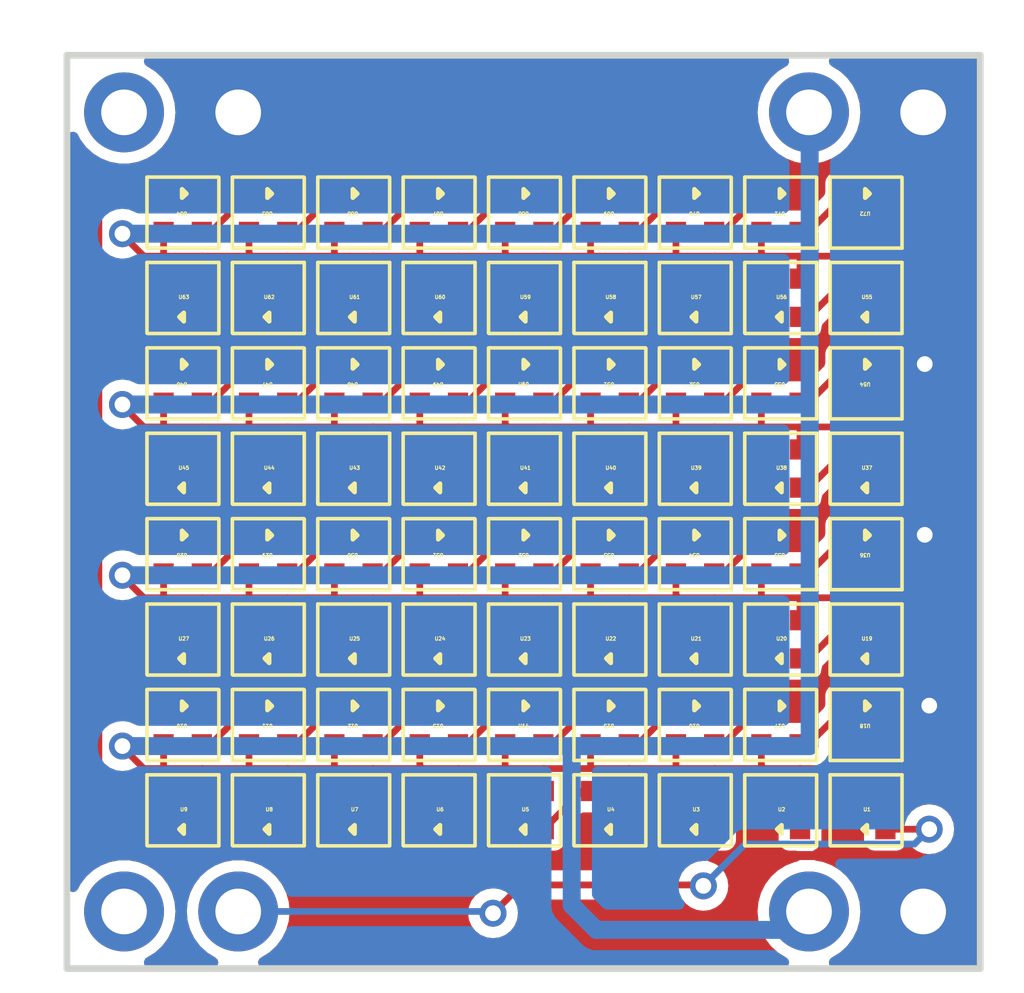
<source format=kicad_pcb>
(kicad_pcb (version 20221018) (generator pcbnew)
  (layers (0 "F.Cu" signal) (31 "B.Cu" signal) (34 "B.Paste" user) (35 "F.Paste" user) (36 "B.SilkS" user "B.Silkscreen") (37 "F.SilkS" user "F.Silkscreen") (38 "B.Mask" user) (39 "F.Mask" user) (44 "Edge.Cuts" user))
  (net 0 "")
  (net 1 "+3.3V")
  (net 2 "GND")
  (net 5 "Net-(U1-DOUT)")
  (net 6 "NEO")
  (net 7 "Net-(U2-DOUT)")
  (net 8 "Net-(U3-DOUT)")
  (net 9 "Net-(U4-DOUT)")
  (net 10 "Net-(U5-DOUT)")
  (net 11 "Net-(U6-DOUT)")
  (net 12 "Net-(U7-DOUT)")
  (net 13 "Net-(U8-DOUT)")
  (net 14 "Net-(U10-DIN)")
  (net 15 "Net-(U10-DOUT)")
  (net 16 "Net-(U11-DOUT)")
  (net 17 "Net-(U12-DOUT)")
  (net 18 "Net-(U13-DOUT)")
  (net 19 "Net-(U14-DOUT)")
  (net 20 "Net-(U15-DOUT)")
  (net 21 "Net-(U16-DOUT)")
  (net 22 "Net-(U17-DOUT)")
  (net 23 "Net-(U18-DOUT)")
  (net 24 "Net-(U19-DOUT)")
  (net 25 "Net-(U20-DOUT)")
  (net 26 "Net-(U21-DOUT)")
  (net 27 "Net-(U22-DOUT)")
  (net 28 "Net-(U23-DOUT)")
  (net 29 "Net-(U24-DOUT)")
  (net 30 "Net-(U25-DOUT)")
  (net 31 "Net-(U26-DOUT)")
  (net 32 "Net-(U27-DOUT)")
  (net 33 "Net-(U28-DOUT)")
  (net 34 "Net-(U29-DOUT)")
  (net 35 "Net-(U30-DOUT)")
  (net 36 "Net-(U31-DOUT)")
  (net 37 "Net-(U32-DOUT)")
  (net 38 "Net-(U33-DOUT)")
  (net 39 "Net-(U34-DOUT)")
  (net 40 "Net-(U35-DOUT)")
  (net 41 "Net-(U36-DOUT)")
  (net 42 "Net-(U37-DOUT)")
  (net 43 "Net-(U38-DOUT)")
  (net 44 "Net-(U39-DOUT)")
  (net 45 "Net-(U40-DOUT)")
  (net 46 "Net-(U41-DOUT)")
  (net 47 "Net-(U42-DOUT)")
  (net 48 "Net-(U43-DOUT)")
  (net 49 "Net-(U44-DOUT)")
  (net 50 "Net-(U45-DOUT)")
  (net 51 "Net-(U46-DOUT)")
  (net 52 "Net-(U47-DOUT)")
  (net 53 "Net-(U48-DOUT)")
  (net 54 "Net-(U49-DOUT)")
  (net 55 "Net-(U50-DOUT)")
  (net 56 "Net-(U51-DOUT)")
  (net 57 "Net-(U52-DOUT)")
  (net 58 "Net-(U53-DOUT)")
  (net 59 "Net-(U54-DOUT)")
  (net 60 "Net-(U55-DOUT)")
  (net 61 "Net-(U56-DOUT)")
  (net 62 "Net-(U57-DOUT)")
  (net 63 "Net-(U58-DOUT)")
  (net 64 "Net-(U59-DOUT)")
  (net 65 "Net-(U60-DOUT)")
  (net 66 "Net-(U61-DOUT)")
  (net 67 "Net-(U62-DOUT)")
  (net 68 "Net-(U63-DOUT)")
  (net 69 "Net-(U64-DOUT)")
  (net 70 "Net-(U65-DOUT)")
  (net 71 "Net-(U66-DOUT)")
  (net 72 "Net-(U67-DOUT)")
  (net 73 "Net-(U68-DOUT)")
  (net 74 "Net-(U69-DOUT)")
  (net 75 "Net-(U70-DOUT)")
  (net 76 "Net-(U71-DOUT)")
  (footprint "XINGLIGHT-XL-1010RGBC-WS2812B:XINGLIGHT-XL-1010RGBC-WS2812B" (layer "F.Cu") (at 149.35 87.9)
    (fp_text reference "U2")
    (fp_text value "~" hide)
  )
  (footprint "XINGLIGHT-XL-1010RGBC-WS2812B:XINGLIGHT-XL-1010RGBC-WS2812B" (layer "F.Cu") (at 141.75 80.3)
    (fp_text reference "U42")
    (fp_text value "~" hide)
  )
  (footprint "XINGLIGHT-XL-1010RGBC-WS2812B:XINGLIGHT-XL-1010RGBC-WS2812B" (layer "F.Cu") (at 142.59 83.06 180)
    (fp_text reference "U31")
    (fp_text value "~" hide)
  )
  (footprint "XINGLIGHT-XL-1010RGBC-WS2812B:XINGLIGHT-XL-1010RGBC-WS2812B" (layer "F.Cu") (at 151.25 80.3)
    (fp_text reference "U37")
    (fp_text value "~" hide)
  )
  (footprint "XINGLIGHT-XL-1010RGBC-WS2812B:XINGLIGHT-XL-1010RGBC-WS2812B" (layer "F.Cu") (at 138.79 79.26 180)
    (fp_text reference "U47")
    (fp_text value "~" hide)
  )
  (footprint "XINGLIGHT-XL-1010RGBC-WS2812B:XINGLIGHT-XL-1010RGBC-WS2812B" (layer "F.Cu") (at 136.89 75.46 180)
    (fp_text reference "U64")
    (fp_text value "~" hide)
  )
  (footprint "XINGLIGHT-XL-1010RGBC-WS2812B:XINGLIGHT-XL-1010RGBC-WS2812B" (layer "F.Cu") (at 144.49 83.06 180)
    (fp_text reference "U32")
    (fp_text value "~" hide)
  )
  (footprint "XINGLIGHT-XL-1010RGBC-WS2812B:XINGLIGHT-XL-1010RGBC-WS2812B" (layer "F.Cu") (at 147.45 76.5)
    (fp_text reference "U57")
    (fp_text value "~" hide)
  )
  (footprint "XINGLIGHT-XL-1010RGBC-WS2812B:XINGLIGHT-XL-1010RGBC-WS2812B" (layer "F.Cu") (at 146.39 83.06 180)
    (fp_text reference "U33")
    (fp_text value "~" hide)
  )
  (footprint "XINGLIGHT-XL-1010RGBC-WS2812B:XINGLIGHT-XL-1010RGBC-WS2812B" (layer "F.Cu") (at 152.09 79.26 180)
    (fp_text reference "U54")
    (fp_text value "~" hide)
  )
  (footprint "XINGLIGHT-XL-1010RGBC-WS2812B:XINGLIGHT-XL-1010RGBC-WS2812B" (layer "F.Cu") (at 146.39 86.86 180)
    (fp_text reference "U15")
    (fp_text value "~" hide)
  )
  (footprint "XINGLIGHT-XL-1010RGBC-WS2812B:XINGLIGHT-XL-1010RGBC-WS2812B" (layer "F.Cu") (at 136.05 80.3)
    (fp_text reference "U45")
    (fp_text value "~" hide)
  )
  (footprint "XINGLIGHT-XL-1010RGBC-WS2812B:XINGLIGHT-XL-1010RGBC-WS2812B" (layer "F.Cu") (at 142.59 75.46 180)
    (fp_text reference "U67")
    (fp_text value "~" hide)
  )
  (footprint "XINGLIGHT-XL-1010RGBC-WS2812B:XINGLIGHT-XL-1010RGBC-WS2812B" (layer "F.Cu") (at 152.09 75.46 180)
    (fp_text reference "U72")
    (fp_text value "~" hide)
  )
  (footprint "XINGLIGHT-XL-1010RGBC-WS2812B:XINGLIGHT-XL-1010RGBC-WS2812B" (layer "F.Cu") (at 137.95 80.3)
    (fp_text reference "U44")
    (fp_text value "~" hide)
  )
  (footprint "XINGLIGHT-XL-1010RGBC-WS2812B:XINGLIGHT-XL-1010RGBC-WS2812B" (layer "F.Cu") (at 139.85 87.9)
    (fp_text reference "U7")
    (fp_text value "~" hide)
  )
  (footprint "XINGLIGHT-XL-1010RGBC-WS2812B:XINGLIGHT-XL-1010RGBC-WS2812B" (layer "F.Cu") (at 143.65 80.3)
    (fp_text reference "U41")
    (fp_text value "~" hide)
  )
  (footprint "XINGLIGHT-XL-1010RGBC-WS2812B:XINGLIGHT-XL-1010RGBC-WS2812B" (layer "F.Cu") (at 152.09 83.06 180)
    (fp_text reference "U36")
    (fp_text value "~" hide)
  )
  (footprint "XINGLIGHT-XL-1010RGBC-WS2812B:XINGLIGHT-XL-1010RGBC-WS2812B" (layer "F.Cu") (at 146.39 79.26 180)
    (fp_text reference "U51")
    (fp_text value "~" hide)
  )
  (footprint "XINGLIGHT-XL-1010RGBC-WS2812B:XINGLIGHT-XL-1010RGBC-WS2812B" (layer "F.Cu") (at 142.59 86.86 180)
    (fp_text reference "U13")
    (fp_text value "~" hide)
  )
  (footprint "XINGLIGHT-XL-1010RGBC-WS2812B:XINGLIGHT-XL-1010RGBC-WS2812B" (layer "F.Cu") (at 138.79 75.46 180)
    (fp_text reference "U65")
    (fp_text value "~" hide)
  )
  (footprint "XINGLIGHT-XL-1010RGBC-WS2812B:XINGLIGHT-XL-1010RGBC-WS2812B" (layer "F.Cu") (at 149.35 80.3)
    (fp_text reference "U38")
    (fp_text value "~" hide)
  )
  (footprint "XINGLIGHT-XL-1010RGBC-WS2812B:XINGLIGHT-XL-1010RGBC-WS2812B" (layer "F.Cu") (at 147.45 84.1)
    (fp_text reference "U21")
    (fp_text value "~" hide)
  )
  (footprint "XINGLIGHT-XL-1010RGBC-WS2812B:XINGLIGHT-XL-1010RGBC-WS2812B" (layer "F.Cu") (at 151.25 87.9)
    (fp_text reference "U1")
    (fp_text value "~" hide)
  )
  (footprint "XINGLIGHT-XL-1010RGBC-WS2812B:XINGLIGHT-XL-1010RGBC-WS2812B" (layer "F.Cu") (at 139.85 76.5)
    (fp_text reference "U61")
    (fp_text value "~" hide)
  )
  (footprint "XINGLIGHT-XL-1010RGBC-WS2812B:XINGLIGHT-XL-1010RGBC-WS2812B" (layer "F.Cu") (at 150.19 79.26 180)
    (fp_text reference "U53")
    (fp_text value "~" hide)
  )
  (footprint "XINGLIGHT-XL-1010RGBC-WS2812B:XINGLIGHT-XL-1010RGBC-WS2812B" (layer "F.Cu") (at 143.65 87.9)
    (fp_text reference "U5")
    (fp_text value "~" hide)
  )
  (footprint "XINGLIGHT-XL-1010RGBC-WS2812B:XINGLIGHT-XL-1010RGBC-WS2812B" (layer "F.Cu") (at 151.25 84.1)
    (fp_text reference "U19")
    (fp_text value "~" hide)
  )
  (footprint "XINGLIGHT-XL-1010RGBC-WS2812B:XINGLIGHT-XL-1010RGBC-WS2812B" (layer "F.Cu") (at 136.05 84.1)
    (fp_text reference "U27")
    (fp_text value "~" hide)
  )
  (footprint "XINGLIGHT-XL-1010RGBC-WS2812B:XINGLIGHT-XL-1010RGBC-WS2812B" (layer "F.Cu") (at 148.29 83.06 180)
    (fp_text reference "U34")
    (fp_text value "~" hide)
  )
  (footprint "XINGLIGHT-XL-1010RGBC-WS2812B:XINGLIGHT-XL-1010RGBC-WS2812B" (layer "F.Cu") (at 140.69 86.86 180)
    (fp_text reference "U12")
    (fp_text value "~" hide)
  )
  (footprint "XINGLIGHT-XL-1010RGBC-WS2812B:XINGLIGHT-XL-1010RGBC-WS2812B" (layer "F.Cu") (at 142.59 79.26 180)
    (fp_text reference "U49")
    (fp_text value "~" hide)
  )
  (footprint "XINGLIGHT-XL-1010RGBC-WS2812B:XINGLIGHT-XL-1010RGBC-WS2812B" (layer "F.Cu") (at 146.39 75.46 180)
    (fp_text reference "U69")
    (fp_text value "~" hide)
  )
  (footprint "XINGLIGHT-XL-1010RGBC-WS2812B:XINGLIGHT-XL-1010RGBC-WS2812B" (layer "F.Cu") (at 136.05 87.9)
    (fp_text reference "U9")
    (fp_text value "~" hide)
  )
  (footprint "XINGLIGHT-XL-1010RGBC-WS2812B:XINGLIGHT-XL-1010RGBC-WS2812B" (layer "F.Cu") (at 145.55 76.5)
    (fp_text reference "U58")
    (fp_text value "~" hide)
  )
  (footprint "XINGLIGHT-XL-1010RGBC-WS2812B:XINGLIGHT-XL-1010RGBC-WS2812B" (layer "F.Cu") (at 136.89 86.86 180)
    (fp_text reference "U10")
    (fp_text value "~" hide)
  )
  (footprint "XINGLIGHT-XL-1010RGBC-WS2812B:XINGLIGHT-XL-1010RGBC-WS2812B" (layer "F.Cu") (at 144.49 79.26 180)
    (fp_text reference "U50")
    (fp_text value "~" hide)
  )
  (footprint "minibadge_kicad:SAINTCON-Minibadge-redactd2023-top" (layer "F.Cu") (at 133.89 71.53)
    (fp_text reference "X1" hide)
    (fp_text value "SAINTCON-Minibadge-Simple" hide)
    (fp_line (start 0 0) (end 0 20.32) (stroke (width 0.15)) (layer "Edge.Cuts"))
    (fp_line (start 0 20.32) (end 20.32 20.32) (stroke (width 0.15)) (layer "Edge.Cuts"))
    (fp_line (start 20.32 0) (end 0 0) (stroke (width 0.15)) (layer "Edge.Cuts"))
    (fp_line (start 20.32 20.32) (end 20.32 0) (stroke (width 0.15)) (layer "Edge.Cuts"))
  )
  (footprint "XINGLIGHT-XL-1010RGBC-WS2812B:XINGLIGHT-XL-1010RGBC-WS2812B" (layer "F.Cu") (at 136.89 83.06 180)
    (fp_text reference "U28")
    (fp_text value "~" hide)
  )
  (footprint "XINGLIGHT-XL-1010RGBC-WS2812B:XINGLIGHT-XL-1010RGBC-WS2812B" (layer "F.Cu") (at 148.29 75.46 180)
    (fp_text reference "U70")
    (fp_text value "~" hide)
  )
  (footprint "XINGLIGHT-XL-1010RGBC-WS2812B:XINGLIGHT-XL-1010RGBC-WS2812B" (layer "F.Cu") (at 137.95 87.9)
    (fp_text reference "U8")
    (fp_text value "~" hide)
  )
  (footprint "XINGLIGHT-XL-1010RGBC-WS2812B:XINGLIGHT-XL-1010RGBC-WS2812B" (layer "F.Cu") (at 150.19 83.06 180)
    (fp_text reference "U35")
    (fp_text value "~" hide)
  )
  (footprint "XINGLIGHT-XL-1010RGBC-WS2812B:XINGLIGHT-XL-1010RGBC-WS2812B" (layer "F.Cu") (at 140.69 75.46 180)
    (fp_text reference "U66")
    (fp_text value "~" hide)
  )
  (footprint "XINGLIGHT-XL-1010RGBC-WS2812B:XINGLIGHT-XL-1010RGBC-WS2812B" (layer "F.Cu") (at 147.45 80.3)
    (fp_text reference "U39")
    (fp_text value "~" hide)
  )
  (footprint "XINGLIGHT-XL-1010RGBC-WS2812B:XINGLIGHT-XL-1010RGBC-WS2812B" (layer "F.Cu") (at 144.49 86.86 180)
    (fp_text reference "U14")
    (fp_text value "~" hide)
  )
  (footprint "XINGLIGHT-XL-1010RGBC-WS2812B:XINGLIGHT-XL-1010RGBC-WS2812B" (layer "F.Cu") (at 139.85 84.1)
    (fp_text reference "U25")
    (fp_text value "~" hide)
  )
  (footprint "XINGLIGHT-XL-1010RGBC-WS2812B:XINGLIGHT-XL-1010RGBC-WS2812B" (layer "F.Cu") (at 144.49 75.46 180)
    (fp_text reference "U68")
    (fp_text value "~" hide)
  )
  (footprint "XINGLIGHT-XL-1010RGBC-WS2812B:XINGLIGHT-XL-1010RGBC-WS2812B" (layer "F.Cu") (at 149.35 84.1)
    (fp_text reference "U20")
    (fp_text value "~" hide)
  )
  (footprint "XINGLIGHT-XL-1010RGBC-WS2812B:XINGLIGHT-XL-1010RGBC-WS2812B" (layer "F.Cu") (at 140.69 83.06 180)
    (fp_text reference "U30")
    (fp_text value "~" hide)
  )
  (footprint "XINGLIGHT-XL-1010RGBC-WS2812B:XINGLIGHT-XL-1010RGBC-WS2812B" (layer "F.Cu") (at 141.75 76.5)
    (fp_text reference "U60")
    (fp_text value "~" hide)
  )
  (footprint "XINGLIGHT-XL-1010RGBC-WS2812B:XINGLIGHT-XL-1010RGBC-WS2812B" (layer "F.Cu") (at 148.29 79.26 180)
    (fp_text reference "U52")
    (fp_text value "~" hide)
  )
  (footprint "XINGLIGHT-XL-1010RGBC-WS2812B:XINGLIGHT-XL-1010RGBC-WS2812B" (layer "F.Cu") (at 145.55 87.9)
    (fp_text reference "U4")
    (fp_text value "~" hide)
  )
  (footprint "XINGLIGHT-XL-1010RGBC-WS2812B:XINGLIGHT-XL-1010RGBC-WS2812B" (layer "F.Cu") (at 143.65 84.1)
    (fp_text reference "U23")
    (fp_text value "~" hide)
  )
  (footprint "XINGLIGHT-XL-1010RGBC-WS2812B:XINGLIGHT-XL-1010RGBC-WS2812B" (layer "F.Cu") (at 138.79 86.86 180)
    (fp_text reference "U11")
    (fp_text value "~" hide)
  )
  (footprint "XINGLIGHT-XL-1010RGBC-WS2812B:XINGLIGHT-XL-1010RGBC-WS2812B" (layer "F.Cu") (at 140.69 79.26 180)
    (fp_text reference "U48")
    (fp_text value "~" hide)
  )
  (footprint "XINGLIGHT-XL-1010RGBC-WS2812B:XINGLIGHT-XL-1010RGBC-WS2812B" (layer "F.Cu") (at 150.19 86.86 180)
    (fp_text reference "U17")
    (fp_text value "~" hide)
  )
  (footprint "XINGLIGHT-XL-1010RGBC-WS2812B:XINGLIGHT-XL-1010RGBC-WS2812B" (layer "F.Cu") (at 136.89 79.26 180)
    (fp_text reference "U46")
    (fp_text value "~" hide)
  )
  (footprint "XINGLIGHT-XL-1010RGBC-WS2812B:XINGLIGHT-XL-1010RGBC-WS2812B" (layer "F.Cu") (at 145.55 80.3)
    (fp_text reference "U40")
    (fp_text value "~" hide)
  )
  (footprint "XINGLIGHT-XL-1010RGBC-WS2812B:XINGLIGHT-XL-1010RGBC-WS2812B" (layer "F.Cu") (at 143.65 76.5)
    (fp_text reference "U59")
    (fp_text value "~" hide)
  )
  (footprint "XINGLIGHT-XL-1010RGBC-WS2812B:XINGLIGHT-XL-1010RGBC-WS2812B" (layer "F.Cu") (at 137.95 76.5)
    (fp_text reference "U62")
    (fp_text value "~" hide)
  )
  (footprint "XINGLIGHT-XL-1010RGBC-WS2812B:XINGLIGHT-XL-1010RGBC-WS2812B" (layer "F.Cu") (at 152.09 86.86 180)
    (fp_text reference "U18")
    (fp_text value "~" hide)
  )
  (footprint "XINGLIGHT-XL-1010RGBC-WS2812B:XINGLIGHT-XL-1010RGBC-WS2812B" (layer "F.Cu") (at 136.05 76.5)
    (fp_text reference "U63")
    (fp_text value "~" hide)
  )
  (footprint "XINGLIGHT-XL-1010RGBC-WS2812B:XINGLIGHT-XL-1010RGBC-WS2812B" (layer "F.Cu") (at 150.19 75.46 180)
    (fp_text reference "U71")
    (fp_text value "~" hide)
  )
  (footprint "XINGLIGHT-XL-1010RGBC-WS2812B:XINGLIGHT-XL-1010RGBC-WS2812B" (layer "F.Cu") (at 137.95 84.1)
    (fp_text reference "U26")
    (fp_text value "~" hide)
  )
  (footprint "XINGLIGHT-XL-1010RGBC-WS2812B:XINGLIGHT-XL-1010RGBC-WS2812B" (layer "F.Cu") (at 148.29 86.86 180)
    (fp_text reference "U16")
    (fp_text value "~" hide)
  )
  (footprint "XINGLIGHT-XL-1010RGBC-WS2812B:XINGLIGHT-XL-1010RGBC-WS2812B" (layer "F.Cu") (at 139.85 80.3)
    (fp_text reference "U43")
    (fp_text value "~" hide)
  )
  (footprint "XINGLIGHT-XL-1010RGBC-WS2812B:XINGLIGHT-XL-1010RGBC-WS2812B" (layer "F.Cu") (at 138.79 83.06 180)
    (fp_text reference "U29")
    (fp_text value "~" hide)
  )
  (footprint "XINGLIGHT-XL-1010RGBC-WS2812B:XINGLIGHT-XL-1010RGBC-WS2812B" (layer "F.Cu") (at 151.25 76.5)
    (fp_text reference "U55")
    (fp_text value "~" hide)
  )
  (footprint "XINGLIGHT-XL-1010RGBC-WS2812B:XINGLIGHT-XL-1010RGBC-WS2812B" (layer "F.Cu") (at 147.45 87.9)
    (fp_text reference "U3")
    (fp_text value "~" hide)
  )
  (footprint "XINGLIGHT-XL-1010RGBC-WS2812B:XINGLIGHT-XL-1010RGBC-WS2812B" (layer "F.Cu") (at 149.35 76.5)
    (fp_text reference "U56")
    (fp_text value "~" hide)
  )
  (footprint "XINGLIGHT-XL-1010RGBC-WS2812B:XINGLIGHT-XL-1010RGBC-WS2812B" (layer "F.Cu") (at 141.75 84.1)
    (fp_text reference "U24")
    (fp_text value "~" hide)
  )
  (footprint "XINGLIGHT-XL-1010RGBC-WS2812B:XINGLIGHT-XL-1010RGBC-WS2812B" (layer "F.Cu") (at 145.55 84.1)
    (fp_text reference "U22")
    (fp_text value "~" hide)
  )
  (footprint "XINGLIGHT-XL-1010RGBC-WS2812B:XINGLIGHT-XL-1010RGBC-WS2812B" (layer "F.Cu") (at 141.75 87.9)
    (fp_text reference "U6")
    (fp_text value "~" hide)
  )
  (segment (start 147.44 75.46) (end 147.44 75.96) (width 0.15) (layer "F.Cu") (net 1))
  (segment (start 145.5 87.4) (end 144.5 87.4) (width 0.15) (layer "F.Cu") (net 1))
  (segment (start 135.1245 79.3245) (end 135.6 79.8) (width 0.15) (layer "F.Cu") (net 1))
  (segment (start 138.8 76.5) (end 138.8 76) (width 0.15) (layer "F.Cu") (net 1))
  (segment (start 146.4 76) (end 145.6 76) (width 0.15) (layer "F.Cu") (net 1))
  (segment (start 149.34 75.94) (end 149.4 76) (width 0.15) (layer "F.Cu") (net 1))
  (segment (start 142.6 87.9) (end 142.6 87.4) (width 0.15) (layer "F.Cu") (net 1))
  (segment (start 145.54 75.46) (end 145.54 75.94) (width 0.15) (layer "F.Cu") (net 1))
  (segment (start 139.8 83.6) (end 138.8 83.6) (width 0.15) (layer "F.Cu") (net 1))
  (segment (start 137.94 87.36) (end 137.9 87.4) (width 0.15) (layer "F.Cu") (net 1))
  (segment (start 146.4 87.9) (end 146.4 87.4) (width 0.15) (layer "F.Cu") (net 1))
  (segment (start 136.04 79.26) (end 136.04 79.76) (width 0.15) (layer "F.Cu") (net 1))
  (segment (start 148.3 76.5) (end 148.3 76) (width 0.15) (layer "F.Cu") (net 1))
  (segment (start 145.6 76) (end 144.5 76) (width 0.15) (layer "F.Cu") (net 1))
  (segment (start 143.6 87.4) (end 142.6 87.4) (width 0.15) (layer "F.Cu") (net 1))
  (segment (start 137.94 83.56) (end 137.9 83.6) (width 0.15) (layer "F.Cu") (net 1))
  (segment (start 151.24 79.76) (end 151.2 79.8) (width 0.15) (layer "F.Cu") (net 1))
  (segment (start 140.7 83.6) (end 139.8 83.6) (width 0.15) (layer "F.Cu") (net 1))
  (segment (start 145.54 86.86) (end 145.54 87.36) (width 0.15) (layer "F.Cu") (net 1))
  (segment (start 135.6 87.4) (end 136 87.4) (width 0.15) (layer "F.Cu") (net 1))
  (segment (start 151.2 76) (end 150.2 76) (width 0.15) (layer "F.Cu") (net 1))
  (segment (start 136.9 76) (end 136 76) (width 0.15) (layer "F.Cu") (net 1))
  (segment (start 138.8 87.9) (end 138.8 87.4) (width 0.15) (layer "F.Cu") (net 1))
  (segment (start 152.1 83.8) (end 151.9 83.6) (width 0.15) (layer "F.Cu") (net 1))
  (segment (start 138.8 83.6) (end 137.9 83.6) (width 0.15) (layer "F.Cu") (net 1))
  (segment (start 149.34 83.06) (end 149.34 83.56) (width 0.15) (layer "F.Cu") (net 1))
  (segment (start 137.94 79.76) (end 137.9 79.8) (width 0.15) (layer "F.Cu") (net 1))
  (segment (start 151.24 75.96) (end 151.2 76) (width 0.15) (layer "F.Cu") (net 1))
  (segment (start 140.7 87.4) (end 139.8 87.4) (width 0.15) (layer "F.Cu") (net 1))
  (segment (start 138.8 80.3) (end 138.8 79.8) (width 0.15) (layer "F.Cu") (net 1))
  (segment (start 151.24 83.06) (end 151.24 83.54) (width 0.15) (layer "F.Cu") (net 1))
  (segment (start 143.7 79.8) (end 142.6 79.8) (width 0.15) (layer "F.Cu") (net 1))
  (segment (start 145.5 83.6) (end 144.5 83.6) (width 0.15) (layer "F.Cu") (net 1))
  (segment (start 147.44 87.36) (end 147.4 87.4) (width 0.15) (layer "F.Cu") (net 1))
  (segment (start 136.04 87.36) (end 136 87.4) (width 0.15) (layer "F.Cu") (net 1))
  (segment (start 141.7 83.6) (end 140.7 83.6) (width 0.15) (layer "F.Cu") (net 1))
  (segment (start 139.84 75.46) (end 139.84 75.96) (width 0.15) (layer "F.Cu") (net 1))
  (segment (start 136.9 87.9) (end 136.9 87.4) (width 0.15) (layer "F.Cu") (net 1))
  (segment (start 137.9 87.4) (end 136.9 87.4) (width 0.15) (layer "F.Cu") (net 1))
  (segment (start 142.6 80.3) (end 142.6 79.8) (width 0.15) (layer "F.Cu") (net 1))
  (segment (start 151.9 87.4) (end 151.3 87.4) (width 0.15) (layer "F.Cu") (net 1))
  (segment (start 142.6 83.6) (end 141.7 83.6) (width 0.15) (layer "F.Cu") (net 1))
  (segment (start 146.4 87.4) (end 145.5 87.4) (width 0.15) (layer "F.Cu") (net 1))
  (segment (start 135.1245 83.1245) (end 135.6 83.6) (width 0.15) (layer "F.Cu") (net 1))
  (segment (start 151.3 87.4) (end 150.2 87.4) (width 0.15) (layer "F.Cu") (net 1))
  (segment (start 143.64 87.36) (end 143.6 87.4) (width 0.15) (layer "F.Cu") (net 1))
  (segment (start 148.3 79.8) (end 147.4 79.8) (width 0.15) (layer "F.Cu") (net 1))
  (segment (start 140.7 76.5) (end 140.7 76) (width 0.15) (layer "F.Cu") (net 1))
  (segment (start 150.2 84.1) (end 150.2 83.6) (width 0.15) (layer "F.Cu") (net 1))
  (segment (start 147.5 83.6) (end 146.4 83.6) (width 0.15) (layer "F.Cu") (net 1))
  (segment (start 136.9 80.3) (end 136.9 79.8) (width 0.15) (layer "F.Cu") (net 1))
  (segment (start 149.3 83.6) (end 148.3 83.6) (width 0.15) (layer "F.Cu") (net 1))
  (segment (start 144.5 87.4) (end 143.6 87.4) (width 0.15) (layer "F.Cu") (net 1))
  (segment (start 136.9 84.1) (end 136.9 83.6) (width 0.15) (layer "F.Cu") (net 1))
  (segment (start 143.64 83.06) (end 143.64 83.56) (width 0.15) (layer "F.Cu") (net 1))
  (segment (start 147.4 79.8) (end 146.4 79.8) (width 0.15) (layer "F.Cu") (net 1))
  (segment (start 152.1 87.9) (end 152.1 87.6) (width 0.15) (layer "F.Cu") (net 1))
  (segment (start 149.4 87.4) (end 148.3 87.4) (width 0.15) (layer "F.Cu") (net 1))
  (segment (start 150.2 76) (end 149.4 76) (width 0.15) (layer "F.Cu") (net 1))
  (segment (start 145.54 79.76) (end 145.5 79.8) (width 0.15) (layer "F.Cu") (net 1))
  (segment (start 136.9 79.8) (end 136 79.8) (width 0.15) (layer "F.Cu") (net 1))
  (segment (start 141.74 79.76) (end 141.7 79.8) (width 0.15) (layer "F.Cu") (net 1))
  (segment (start 148.3 87.9) (end 148.3 87.4) (width 0.15) (layer "F.Cu") (net 1))
  (segment (start 147.44 75.96) (end 147.4 76) (width 0.15) (layer "F.Cu") (net 1))
  (segment (start 150.2 83.6) (end 149.3 83.6) (width 0.15) (layer "F.Cu") (net 1))
  (segment (start 143.7 76) (end 142.6 76) (width 0.15) (layer "F.Cu") (net 1))
  (segment (start 144.5 83.6) (end 143.6 83.6) (width 0.15) (layer "F.Cu") (net 1))
  (segment (start 136.9 87.4) (end 136 87.4) (width 0.15) (layer "F.Cu") (net 1))
  (segment (start 152.1 84.1) (end 152.1 83.8) (width 0.15) (layer "F.Cu") (net 1))
  (segment (start 147.44 83.06) (end 147.44 83.54) (width 0.15) (layer "F.Cu") (net 1))
  (segment (start 141.7 79.8) (end 140.7 79.8) (width 0.15) (layer "F.Cu") (net 1))
  (segment (start 138.8 84.1) (end 138.8 83.6) (width 0.15) (layer "F.Cu") (net 1))
  (segment (start 139.84 83.56) (end 139.8 83.6) (width 0.15) (layer "F.Cu") (net 1))
  (segment (start 148.3 80.3) (end 148.3 79.8) (width 0.15) (layer "F.Cu") (net 1))
  (segment (start 151.9 76) (end 151.2 76) (width 0.15) (layer "F.Cu") (net 1))
  (segment (start 139.84 79.26) (end 139.84 79.76) (width 0.15) (layer "F.Cu") (net 1))
  (segment (start 140.7 80.3) (end 140.7 79.8) (width 0.15) (layer "F.Cu") (net 1))
  (segment (start 147.44 86.86) (end 147.44 87.36) (width 0.15) (layer "F.Cu") (net 1))
  (segment (start 138 76) (end 136.9 76) (width 0.15) (layer "F.Cu") (net 1))
  (segment (start 144.5 79.8) (end 143.7 79.8) (width 0.15) (layer "F.Cu") (net 1))
  (segment (start 149.34 83.56) (end 149.3 83.6) (width 0.15) (layer "F.Cu") (net 1))
  (segment (start 143.64 79.74) (end 143.7 79.8) (width 0.15) (layer "F.Cu") (net 1))
  (segment (start 144.5 87.9) (end 144.5 87.4) (width 0.15) (layer "F.Cu") (net 1))
  (segment (start 136.04 86.86) (end 136.04 87.36) (width 0.15) (layer "F.Cu") (net 1))
  (segment (start 137.94 79.26) (end 137.94 79.76) (width 0.15) (layer "F.Cu") (net 1))
  (segment (start 144.5 76.5) (end 144.5 76) (width 0.15) (layer "F.Cu") (net 1))
  (segment (start 146.4 84.1) (end 146.4 83.6) (width 0.15) (layer "F.Cu") (net 1))
  (segment (start 143.64 83.56) (end 143.6 83.6) (width 0.15) (layer "F.Cu") (net 1))
  (segment (start 146.4 83.6) (end 145.5 83.6) (width 0.15) (layer "F.Cu") (net 1))
  (segment (start 143.6 83.6) (end 142.6 83.6) (width 0.15) (layer "F.Cu") (net 1))
  (segment (start 136.9 76.5) (end 136.9 76) (width 0.15) (layer "F.Cu") (net 1))
  (segment (start 137.94 75.94) (end 138 76) (width 0.15) (layer "F.Cu") (net 1))
  (segment (start 141.74 87.34) (end 141.8 87.4) (width 0.15) (layer "F.Cu") (net 1))
  (segment (start 138.8 76) (end 138 76) (width 0.15) (layer "F.Cu") (net 1))
  (segment (start 139.8 87.4) (end 138.8 87.4) (width 0.15) (layer "F.Cu") (net 1))
  (segment (start 139.84 75.96) (end 139.8 76) (width 0.15) (layer "F.Cu") (net 1))
  (segment (start 135.1245 75.5245) (end 135.6 76) (width 0.15) (layer "F.Cu") (net 1))
  (segment (start 139.84 87.36) (end 139.8 87.4) (width 0.15) (layer "F.Cu") (net 1))
  (segment (start 135.1245 86.9245) (end 135.6 87.4) (width 0.15) (layer "F.Cu") (net 1))
  (segment (start 149.4 76) (end 148.3 76) (width 0.15) (layer "F.Cu") (net 1))
  (segment (start 149.34 79.76) (end 149.3 79.8) (width 0.15) (layer "F.Cu") (net 1))
  (segment (start 149.34 86.86) (end 149.34 87.34) (width 0.15) (layer "F.Cu") (net 1))
  (segment (start 138.8 87.4) (end 137.9 87.4) (width 0.15) (layer "F.Cu") (net 1))
  (segment (start 136.04 83.06) (end 136.04 83.56) (width 0.15) (layer "F.Cu") (net 1))
  (segment (start 137.9 79.8) (end 136.9 79.8) (width 0.15) (layer "F.Cu") (net 1))
  (segment (start 141.8 87.4) (end 140.7 87.4) (width 0.15) (layer "F.Cu") (net 1))
  (segment (start 139.8 76) (end 138.8 76) (width 0.15) (layer "F.Cu") (net 1))
  (segment (start 137.94 83.06) (end 137.94 83.56) (width 0.15) (layer "F.Cu") (net 1))
  (segment (start 149.34 87.34) (end 149.4 87.4) (width 0.15) (layer "F.Cu") (net 1))
  (segment (start 141.74 83.56) (end 141.7 83.6) (width 0.15) (layer "F.Cu") (net 1))
  (segment (start 143.64 79.26) (end 143.64 79.74) (width 0.15) (layer "F.Cu") (net 1))
  (segment (start 141.74 75.96) (end 141.7 76) (width 0.15) (layer "F.Cu") (net 1))
  (segment (start 136.04 75.46) (end 136.04 75.96) (width 0.15) (layer "F.Cu") (net 1))
  (segment (start 139.8 79.8) (end 138.8 79.8) (width 0.15) (layer "F.Cu") (net 1))
  (segment (start 145.5 79.8) (end 144.5 79.8) (width 0.15) (layer "F.Cu") (net 1))
  (segment (start 135.6 79.8) (end 136 79.8) (width 0.15) (layer "F.Cu") (net 1))
  (segment (start 149.3 79.8) (end 148.3 79.8) (width 0.15) (layer "F.Cu") (net 1))
  (segment (start 138.8 79.8) (end 137.9 79.8) (width 0.15) (layer "F.Cu") (net 1))
  (segment (start 145.54 83.06) (end 145.54 83.56) (width 0.15) (layer "F.Cu") (net 1))
  (segment (start 152.1 76.5) (end 152.1 76.2) (width 0.15) (layer "F.Cu") (net 1))
  (segment (start 139.84 83.06) (end 139.84 83.56) (width 0.15) (layer "F.Cu") (net 1))
  (segment (start 140.7 79.8) (end 139.8 79.8) (width 0.15) (layer "F.Cu") (net 1))
  (segment (start 141.74 79.26) (end 141.74 79.76) (width 0.15) (layer "F.Cu") (net 1))
  (segment (start 150.2 87.9) (end 150.2 87.4) (width 0.15) (layer "F.Cu") (net 1))
  (segment (start 148.3 83.6) (end 147.5 83.6) (width 0.15) (layer "F.Cu") (net 1))
  (segment (start 135.1245 86.9) (end 135.1245 86.9245) (width 0.15) (layer "F.Cu") (net 1))
  (segment (start 142.6 79.8) (end 141.7 79.8) (width 0.15) (layer "F.Cu") (net 1))
  (segment (start 135.6 76) (end 136 76) (width 0.15) (layer "F.Cu") (net 1))
  (segment (start 140.7 84.1) (end 140.7 83.6) (width 0.15) (layer "F.Cu") (net 1))
  (segment (start 135.6 83.6) (end 136 83.6) (width 0.15) (layer "F.Cu") (net 1))
  (segment (start 151.24 75.46) (end 151.24 75.96) (width 0.15) (layer "F.Cu") (net 1))
  (segment (start 151.24 86.86) (end 151.24 87.34) (width 0.15) (layer "F.Cu") (net 1))
  (segment (start 149.34 75.46) (end 149.34 75.94) (width 0.15) (layer "F.Cu") (net 1))
  (segment (start 142.6 87.4) (end 141.8 87.4) (width 0.15) (layer "F.Cu") (net 1))
  (segment (start 152.1 80.3) (end 152.1 80) (width 0.15) (layer "F.Cu") (net 1))
  (segment (start 145.54 79.26) (end 145.54 79.76) (width 0.15) (layer "F.Cu") (net 1))
  (segment (start 142.6 84.1) (end 142.6 83.6) (width 0.15) (layer "F.Cu") (net 1))
  (segment (start 141.74 75.46) (end 141.74 75.96) (width 0.15) (layer "F.Cu") (net 1))
  (segment (start 146.4 80.3) (end 146.4 79.8) (width 0.15) (layer "F.Cu") (net 1))
  (segment (start 137.94 75.46) (end 137.94 75.94) (width 0.15) (layer "F.Cu") (net 1))
  (segment (start 144.5 80.3) (end 144.5 79.8) (width 0.15) (layer "F.Cu") (net 1))
  (segment (start 147.44 79.76) (end 147.4 79.8) (width 0.15) (layer "F.Cu") (net 1))
  (segment (start 151.24 83.54) (end 151.3 83.6) (width 0.15) (layer "F.Cu") (net 1))
  (segment (start 144.5 84.1) (end 144.5 83.6) (width 0.15) (layer "F.Cu") (net 1))
  (segment (start 148.3 84.1) (end 148.3 83.6) (width 0.15) (layer "F.Cu") (net 1))
  (segment (start 150.2 76.5) (end 150.2 76) (width 0.15) (layer "F.Cu") (net 1))
  (segment (start 143.64 75.94) (end 143.7 76) (width 0.15) (layer "F.Cu") (net 1))
  (segment (start 151.2 79.8) (end 150.2 79.8) (width 0.15) (layer "F.Cu") (net 1))
  (segment (start 151.9 79.8) (end 151.2 79.8) (width 0.15) (layer "F.Cu") (net 1))
  (segment (start 152.1 87.6) (end 151.9 87.4) (width 0.15) (layer "F.Cu") (net 1))
  (segment (start 143.64 75.46) (end 143.64 75.94) (width 0.15) (layer "F.Cu") (net 1))
  (segment (start 142.6 76.5) (end 142.6 76) (width 0.15) (layer "F.Cu") (net 1))
  (segment (start 150.2 79.8) (end 149.3 79.8) (width 0.15) (layer "F.Cu") (net 1))
  (segment (start 151.24 87.34) (end 151.3 87.4) (width 0.15) (layer "F.Cu") (net 1))
  (segment (start 151.9 83.6) (end 151.3 83.6) (width 0.15) (layer "F.Cu") (net 1))
  (segment (start 143.64 86.86) (end 143.64 87.36) (width 0.15) (layer "F.Cu") (net 1))
  (segment (start 151.3 83.6) (end 150.2 83.6) (width 0.15) (layer "F.Cu") (net 1))
  (segment (start 146.4 76.5) (end 146.4 76) (width 0.15) (layer "F.Cu") (net 1))
  (segment (start 142.6 76) (end 141.7 76) (width 0.15) (layer "F.Cu") (net 1))
  (segment (start 147.4 87.4) (end 146.4 87.4) (width 0.15) (layer "F.Cu") (net 1))
  (segment (start 148.3 87.4) (end 147.4 87.4) (width 0.15) (layer "F.Cu") (net 1))
  (segment (start 149.34 79.26) (end 149.34 79.76) (width 0.15) (layer "F.Cu") (net 1))
  (segment (start 140.7 76) (end 139.8 76) (width 0.15) (layer "F.Cu") (net 1))
  (segment (start 147.44 79.26) (end 147.44 79.76) (width 0.15) (layer "F.Cu") (net 1))
  (segment (start 145.54 75.94) (end 145.6 76) (width 0.15) (layer "F.Cu") (net 1))
  (segment (start 144.5 76) (end 143.7 76) (width 0.15) (layer "F.Cu") (net 1))
  (segment (start 141.74 86.86) (end 141.74 87.34) (width 0.15) (layer "F.Cu") (net 1))
  (segment (start 150.2 87.4) (end 149.4 87.4) (width 0.15) (layer "F.Cu") (net 1))
  (segment (start 136.9 83.6) (end 136 83.6) (width 0.15) (layer "F.Cu") (net 1))
  (segment (start 141.74 83.06) (end 141.74 83.56) (width 0.15) (layer "F.Cu") (net 1))
  (segment (start 152.1 76.2) (end 151.9 76) (width 0.15) (layer "F.Cu") (net 1))
  (segment (start 146.4 79.8) (end 145.5 79.8) (width 0.15) (layer "F.Cu") (net 1))
  (segment (start 148.3 76) (end 147.4 76) (width 0.15) (layer "F.Cu") (net 1))
  (segment (start 145.54 83.56) (end 145.5 83.6) (width 0.15) (layer "F.Cu") (net 1))
  (segment (start 137.9 83.6) (end 136.9 83.6) (width 0.15) (layer "F.Cu") (net 1))
  (segment (start 140.7 87.9) (end 140.7 87.4) (width 0.15) (layer "F.Cu") (net 1))
  (segment (start 147.44 83.54) (end 147.5 83.6) (width 0.15) (layer "F.Cu") (net 1))
  (segment (start 152.1 80) (end 151.9 79.8) (width 0.15) (layer "F.Cu") (net 1))
  (segment (start 139.84 86.86) (end 139.84 87.36) (width 0.15) (layer "F.Cu") (net 1))
  (segment (start 139.84 79.76) (end 139.8 79.8) (width 0.15) (layer "F.Cu") (net 1))
  (segment (start 141.7 76) (end 140.7 76) (width 0.15) (layer "F.Cu") (net 1))
  (segment (start 145.54 87.36) (end 145.5 87.4) (width 0.15) (layer "F.Cu") (net 1))
  (segment (start 147.4 76) (end 146.4 76) (width 0.15) (layer "F.Cu") (net 1))
  (segment (start 151.24 79.26) (end 151.24 79.76) (width 0.15) (layer "F.Cu") (net 1))
  (segment (start 137.94 86.86) (end 137.94 87.36) (width 0.15) (layer "F.Cu") (net 1))
  (segment (start 150.2 80.3) (end 150.2 79.8) (width 0.15) (layer "F.Cu") (net 1))
  (via (at 135.1245 83.1) (size 0.6) (drill 0.35) (layers "F.Cu" "B.Cu") (net 1))
  (via (at 135.1245 86.9) (size 0.6) (drill 0.35) (layers "F.Cu" "B.Cu") (net 1))
  (via (at 135.1245 79.3) (size 0.6) (drill 0.35) (layers "F.Cu" "B.Cu") (net 1))
  (via (at 135.1245 75.5) (size 0.6) (drill 0.35) (layers "F.Cu" "B.Cu") (net 1))
  (segment (start 135.1245 75.5) (end 150.415 75.5) (width 0.4) (layer "B.Cu") (net 1))
  (segment (start 150.4 90.58) (end 149.99 90.99) (width 0.4) (layer "B.Cu") (net 1))
  (segment (start 145.67 90.99) (end 145.12 90.44) (width 0.4) (layer "B.Cu") (net 1))
  (segment (start 150.415 72.735) (end 150.415 75.4) (width 0.4) (layer "B.Cu") (net 1))
  (segment (start 145.12 90.44) (end 145.12 86.9) (width 0.4) (layer "B.Cu") (net 1))
  (segment (start 145.12 86.9) (end 150.415 86.9) (width 0.4) (layer "B.Cu") (net 1))
  (segment (start 135.1245 79.3) (end 150.315 79.3) (width 0.4) (layer "B.Cu") (net 1))
  (segment (start 150.415 86.9) (end 150.415 83.1) (width 0.4) (layer "B.Cu") (net 1))
  (segment (start 135.1245 83.1) (end 150.415 83.1) (width 0.4) (layer "B.Cu") (net 1))
  (segment (start 135.1245 86.9) (end 150.415 86.9) (width 0.4) (layer "B.Cu") (net 1))
  (segment (start 150.415 75.4) (end 150.415 75.5) (width 0.15) (layer "B.Cu") (net 1))
  (segment (start 149.99 90.99) (end 145.67 90.99) (width 0.4) (layer "B.Cu") (net 1))
  (segment (start 135.2245 75.4) (end 135.1245 75.5) (width 0.15) (layer "B.Cu") (net 1))
  (segment (start 150.415 83.1) (end 150.415 79.2) (width 0.4) (layer "B.Cu") (net 1))
  (segment (start 150.415 75.5) (end 150.415 77) (width 0.4) (layer "B.Cu") (net 1))
  (segment (start 150.415 79.2) (end 150.415 77) (width 0.4) (layer "B.Cu") (net 1))
  (segment (start 150.315 79.3) (end 150.415 79.2) (width 0.15) (layer "B.Cu") (net 1))
  (segment (start 138.7 77.9) (end 139.8 77.9) (width 0.15) (layer "F.Cu") (net 2))
  (segment (start 137.9 77.9) (end 138.7 77.9) (width 0.15) (layer "F.Cu") (net 2))
  (segment (start 148.26 82.24) (end 148.26 81.74) (width 0.15) (layer "F.Cu") (net 2))
  (segment (start 144.5 81.7) (end 145.5 81.7) (width 0.15) (layer "F.Cu") (net 2))
  (segment (start 143.7 85.5) (end 144.5 85.5) (width 0.15) (layer "F.Cu") (net 2))
  (segment (start 150.089115 89.33573) (end 150.539115 89.33573) (width 0.2) (layer "F.Cu") (net 2))
  (segment (start 140.69 86.01) (end 140.69 85.51) (width 0.15) (layer "F.Cu") (net 2))
  (segment (start 149.3 77.9) (end 150.2 77.9) (width 0.15) (layer "F.Cu") (net 2))
  (segment (start 141.7 81.7) (end 142.6 81.7) (width 0.15) (layer "F.Cu") (net 2))
  (segment (start 140.7 81.7) (end 141.7 81.7) (width 0.15) (layer "F.Cu") (net 2))
  (segment (start 152.9755 78.3755) (end 152.5 77.9) (width 0.15) (layer "F.Cu") (net 2))
  (segment (start 140.7 85.5) (end 140.8 85.5) (width 0.15) (layer "F.Cu") (net 2))
  (segment (start 148.26 78.44) (end 148.26 77.94) (width 0.15) (layer "F.Cu") (net 2))
  (segment (start 139.85 77.35) (end 139.85 77.85) (width 0.15) (layer "F.Cu") (net 2))
  (segment (start 149.3 81.7) (end 150.2 81.7) (width 0.15) (layer "F.Cu") (net 2))
  (segment (start 146.46 86.04) (end 146.46 85.56) (width 0.15) (layer "F.Cu") (net 2))
  (segment (start 140.69 85.51) (end 140.7 85.5) (width 0.15) (layer "F.Cu") (net 2))
  (segment (start 147.4 77.9) (end 148.3 77.9) (width 0.15) (layer "F.Cu") (net 2))
  (segment (start 141.8 85.5) (end 142.6 85.5) (width 0.15) (layer "F.Cu") (net 2))
  (segment (start 138.8 85.5) (end 139.9 85.5) (width 0.15) (layer "F.Cu") (net 2))
  (segment (start 141.75 77.35) (end 141.75 77.85) (width 0.15) (layer "F.Cu") (net 2))
  (segment (start 136.1 85) (end 136.1 85.3) (width 0.15) (layer "F.Cu") (net 2))
  (segment (start 144.5 85.5) (end 144.6 85.5) (width 0.15) (layer "F.Cu") (net 2))
  (segment (start 136 77.7) (end 136.2 77.9) (width 0.15) (layer "F.Cu") (net 2))
  (segment (start 146.36 82.24) (end 146.36 81.76) (width 0.15) (layer "F.Cu") (net 2))
  (segment (start 152.5 81.7) (end 152.1 81.7) (width 0.15) (layer "F.Cu") (net 2))
  (segment (start 138 85.5) (end 138.8 85.5) (width 0.15) (layer "F.Cu") (net 2))
  (segment (start 139.8 81.7) (end 140.7 81.7) (width 0.15) (layer "F.Cu") (net 2))
  (segment (start 137.95 77.35) (end 137.95 77.85) (width 0.15) (layer "F.Cu") (net 2))
  (segment (start 149.3 81.2) (end 149.3 81.7) (width 0.15) (layer "F.Cu") (net 2))
  (segment (start 136.1 85.3) (end 136.3 85.5) (width 0.15) (layer "F.Cu") (net 2))
  (segment (start 136.89 85.51) (end 136.9 85.5) (width 0.15) (layer "F.Cu") (net 2))
  (segment (start 142.59 85.51) (end 142.6 85.5) (width 0.15) (layer "F.Cu") (net 2))
  (segment (start 151.2 77.9) (end 152.1 77.9) (width 0.15) (layer "F.Cu") (net 2))
  (segment (start 152.9755 82.1755) (end 152.5 81.7) (width 0.15) (layer "F.Cu") (net 2))
  (segment (start 147.5 85) (end 147.5 85.5) (width 0.15) (layer "F.Cu") (net 2))
  (segment (start 148.4 85.5) (end 149.4 85.5) (width 0.15) (layer "F.Cu") (net 2))
  (segment (start 139.85 77.85) (end 139.8 77.9) (width 0.15) (layer "F.Cu") (net 2))
  (segment (start 143.6 81.7) (end 144.5 81.7) (width 0.15) (layer "F.Cu") (net 2))
  (segment (start 146.3 81.7) (end 147.4 81.7) (width 0.15) (layer "F.Cu") (net 2))
  (segment (start 140.8 85.5) (end 141.8 85.5) (width 0.15) (layer "F.Cu") (net 2))
  (segment (start 147.4 81.2) (end 147.4 81.7) (width 0.15) (layer "F.Cu") (net 2))
  (segment (start 145.5 77.9) (end 146.3 77.9) (width 0.15) (layer "F.Cu") (net 2))
  (segment (start 150.2 81.7) (end 151.2 81.7) (width 0.15) (layer "F.Cu") (net 2))
  (segment (start 152.6 85.5) (end 152.2 85.5) (width 0.15) (layer "F.Cu") (net 2))
  (segment (start 149.4 85) (end 149.4 85.5) (width 0.15) (layer "F.Cu") (net 2))
  (segment (start 146.3 77.9) (end 147.4 77.9) (width 0.15) (layer "F.Cu") (net 2))
  (segment (start 148.3 77.9) (end 149.3 77.9) (width 0.15) (layer "F.Cu") (net 2))
  (segment (start 136.3 85.5) (end 136.9 85.5) (width 0.15) (layer "F.Cu") (net 2))
  (segment (start 142.59 86.01) (end 142.59 85.51) (width 0.15) (layer "F.Cu") (net 2))
  (segment (start 145.5 81.2) (end 145.5 81.7) (width 0.15) (layer "F.Cu") (net 2))
  (segment (start 150.16 78.44) (end 150.16 77.94) (width 0.15) (layer "F.Cu") (net 2))
  (segment (start 140.7 77.9) (end 141.7 77.9) (width 0.15) (layer "F.Cu") (net 2))
  (segment (start 136.8 77.9) (end 137.9 77.9) (width 0.15) (layer "F.Cu") (net 2))
  (segment (start 141.7 77.9) (end 142.6 77.9) (width 0.15) (layer "F.Cu") (net 2))
  (segment (start 143.65 77.85) (end 143.6 77.9) (width 0.15) (layer "F.Cu") (net 2))
  (segment (start 148.3 81.7) (end 149.3 81.7) (width 0.15) (layer "F.Cu") (net 2))
  (segment (start 144.49 86.01) (end 144.49 85.51) (width 0.15) (layer "F.Cu") (net 2))
  (segment (start 150.55 89.35) (end 150.56 89.34) (width 0.15) (layer "F.Cu") (net 2))
  (segment (start 138.7 81.7) (end 139.8 81.7) (width 0.15) (layer "F.Cu") (net 2))
  (segment (start 143.65 77.35) (end 143.65 77.85) (width 0.15) (layer "F.Cu") (net 2))
  (segment (start 149.3 77.4) (end 149.3 77.9) (width 0.15) (layer "F.Cu") (net 2))
  (segment (start 136 77.4) (end 136 77.7) (width 0.15) (layer "F.Cu") (net 2))
  (segment (start 142.7 85.5) (end 143.7 85.5) (width 0.15) (layer "F.Cu") (net 2))
  (segment (start 143.6 77.9) (end 144.5 77.9) (width 0.15) (layer "F.Cu") (net 2))
  (segment (start 150.2 77.9) (end 151.2 77.9) (width 0.15) (layer "F.Cu") (net 2))
  (segment (start 152.06 78.44) (end 152.06 77.94) (width 0.15) (layer "F.Cu") (net 2))
  (segment (start 149.4 85.5) (end 150.3 85.5) (width 0.15) (layer "F.Cu") (net 2))
  (segment (start 136.8 81.7) (end 137.9 81.7) (width 0.15) (layer "F.Cu") (net 2))
  (segment (start 141.75 77.85) (end 141.7 77.9) (width 0.15) (layer "F.Cu") (net 2))
  (segment (start 146.36 78.44) (end 146.36 77.96) (width 0.15) (layer "F.Cu") (net 2))
  (segment (start 150.16 82.24) (end 150.16 81.74) (width 0.15) (layer "F.Cu") (net 2))
  (segment (start 145.6 85.5) (end 146.4 85.5) (width 0.15) (layer "F.Cu") (net 2))
  (segment (start 136.89 86.01) (end 136.89 85.51) (width 0.15) (layer "F.Cu") (net 2))
  (segment (start 145.5 81.7) (end 146.3 81.7) (width 0.15) (layer "F.Cu") (net 2))
  (segment (start 142.6 85.5) (end 142.7 85.5) (width 0.15) (layer "F.Cu") (net 2))
  (segment (start 151.3 85.5) (end 152.2 85.5) (width 0.15) (layer "F.Cu") (net 2))
  (segment (start 145.6 85) (end 145.6 85.5) (width 0.15) (layer "F.Cu") (net 2))
  (segment (start 151.2 81.7) (end 152.1 81.7) (width 0.15) (layer "F.Cu") (net 2))
  (segment (start 150.3 85.5) (end 151.3 85.5) (width 0.15) (layer "F.Cu") (net 2))
  (segment (start 136.2 77.9) (end 136.8 77.9) (width 0.15) (layer "F.Cu") (net 2))
  (segment (start 152.06 82.24) (end 152.06 81.74) (width 0.15) (layer "F.Cu") (net 2))
  (segment (start 137.9 81.7) (end 138.7 81.7) (width 0.15) (layer "F.Cu") (net 2))
  (segment (start 147.4 77.4) (end 147.4 77.9) (width 0.15) (layer "F.Cu") (net 2))
  (segment (start 151.2 81.2) (end 151.2 81.7) (width 0.15) (layer "F.Cu") (net 2))
  (segment (start 144.49 85.51) (end 144.5 85.5) (width 0.15) (layer "F.Cu") (net 2))
  (segment (start 139.9 85.5) (end 140.7 85.5) (width 0.15) (layer "F.Cu") (net 2))
  (segment (start 144.46 82.24) (end 144.46 81.74) (width 0.15) (layer "F.Cu") (net 2))
  (segment (start 144.5 77.9) (end 145.5 77.9) (width 0.15) (layer "F.Cu") (net 2))
  (segment (start 144.6 85.5) (end 145.6 85.5) (width 0.15) (layer "F.Cu") (net 2))
  (segment (start 145.5 77.4) (end 145.5 77.9) (width 0.15) (layer "F.Cu") (net 2))
  (segment (start 151.3 85) (end 151.3 85.5) (width 0.15) (layer "F.Cu") (net 2))
  (segment (start 152.16 86.04) (end 152.16 85.54) (width 0.15) (layer "F.Cu") (net 2))
  (segment (start 139.8 77.9) (end 140.7 77.9) (width 0.15) (layer "F.Cu") (net 2))
  (segment (start 138.79 85.51) (end 138.8 85.5) (width 0.15) (layer "F.Cu") (net 2))
  (segment (start 136 81.5) (end 136.2 81.7) (width 0.15) (layer "F.Cu") (net 2))
  (segment (start 152.5 77.9) (end 152.1 77.9) (width 0.15) (layer "F.Cu") (net 2))
  (segment (start 136.9 85.5) (end 138 85.5) (width 0.15) (layer "F.Cu") (net 2))
  (segment (start 150.26 86.04) (end 150.26 85.54) (width 0.15) (layer "F.Cu") (net 2))
  (segment (start 147.4 81.7) (end 148.3 81.7) (width 0.15) (layer "F.Cu") (net 2))
  (segment (start 142.6 77.9) (end 143.6 77.9) (width 0.15) (layer "F.Cu") (net 2))
  (segment (start 138.79 86.01) (end 138.79 85.51) (width 0.15) (layer "F.Cu") (net 2))
  (segment (start 151.2 77.4) (end 151.2 77.9) (width 0.15) (layer "F.Cu") (net 2))
  (segment (start 136.2 81.7) (end 136.8 81.7) (width 0.15) (layer "F.Cu") (net 2))
  (segment (start 144.46 78.44) (end 144.46 77.94) (width 0.15) (layer "F.Cu") (net 2))
  (segment (start 137.95 77.85) (end 137.9 77.9) (width 0.15) (layer "F.Cu") (net 2))
  (segment (start 136 81.2) (end 136 81.5) (width 0.15) (layer "F.Cu") (net 2))
  (segment (start 146.4 85.5) (end 147.5 85.5) (width 0.15) (layer "F.Cu") (net 2))
  (segment (start 148.36 86.04) (end 148.36 85.54) (width 0.15) (layer "F.Cu") (net 2))
  (segment (start 142.6 81.7) (end 143.6 81.7) (width 0.15) (layer "F.Cu") (net 2))
  (segment (start 147.5 85.5) (end 148.4 85.5) (width 0.15) (layer "F.Cu") (net 2))
  (segment (start 153.0755 85.9755) (end 152.6 85.5) (width 0.15) (layer "F.Cu") (net 2))
  (via (at 152.9755 78.4) (size 0.6) (drill 0.35) (layers "F.Cu" "B.Cu") (net 2))
  (via (at 152.9755 82.2) (size 0.6) (drill 0.35) (layers "F.Cu" "B.Cu") (net 2))
  (via (at 153.0755 86) (size 0.6) (drill 0.35) (layers "F.Cu" "B.Cu") (net 2))
  (segment (start 151.25 87.9) (end 151.05 87.9) (width 0.15) (layer "F.Cu") (net 5))
  (segment (start 151.05 87.9) (end 150.2 88.75) (width 0.15) (layer "F.Cu") (net 5))
  (segment (start 153.0755 88.75) (end 152.1 88.75) (width 0.15) (layer "F.Cu") (net 6))
  (segment (start 148.05 90.01) (end 148.03 89.99) (width 0.15) (layer "F.Cu") (net 6))
  (segment (start 144 89.99) (end 143.37 90.62) (width 0.15) (layer "F.Cu") (net 6))
  (segment (start 148.03 89.99) (end 144 89.99) (width 0.15) (layer "F.Cu") (net 6))
  (via (at 148.05 90.01) (size 0.6) (drill 0.35) (layers "F.Cu" "B.Cu") (net 6))
  (via (at 143.37 90.62) (size 0.6) (drill 0.35) (layers "F.Cu" "B.Cu") (net 6))
  (via (at 153.0755 88.75) (size 0.6) (drill 0.35) (layers "F.Cu" "B.Cu") (net 6))
  (segment (start 148.98 89.08) (end 152.7455 89.08) (width 0.15) (layer "B.Cu") (net 6))
  (segment (start 148.05 90.01) (end 148.98 89.08) (width 0.15) (layer "B.Cu") (net 6))
  (segment (start 143.33 90.58) (end 143.37 90.62) (width 0.15) (layer "B.Cu") (net 6))
  (segment (start 137.7 90.58) (end 143.33 90.58) (width 0.15) (layer "B.Cu") (net 6))
  (segment (start 152.7455 89.08) (end 153.0755 88.75) (width 0.15) (layer "B.Cu") (net 6))
  (segment (start 149.15 87.9) (end 148.3 88.75) (width 0.15) (layer "F.Cu") (net 7))
  (segment (start 149.35 87.9) (end 149.15 87.9) (width 0.15) (layer "F.Cu") (net 7))
  (segment (start 147.45 87.9) (end 147.25 87.9) (width 0.15) (layer "F.Cu") (net 8))
  (segment (start 147.25 87.9) (end 146.4 88.75) (width 0.15) (layer "F.Cu") (net 8))
  (segment (start 145.35 87.9) (end 144.5 88.75) (width 0.15) (layer "F.Cu") (net 9))
  (segment (start 145.55 87.9) (end 145.35 87.9) (width 0.15) (layer "F.Cu") (net 9))
  (segment (start 143.45 87.9) (end 142.6 88.75) (width 0.15) (layer "F.Cu") (net 10))
  (segment (start 143.65 87.9) (end 143.45 87.9) (width 0.15) (layer "F.Cu") (net 10))
  (segment (start 141.75 87.9) (end 141.55 87.9) (width 0.15) (layer "F.Cu") (net 11))
  (segment (start 141.55 87.9) (end 140.7 88.75) (width 0.15) (layer "F.Cu") (net 11))
  (segment (start 139.85 87.9) (end 139.65 87.9) (width 0.15) (layer "F.Cu") (net 12))
  (segment (start 139.65 87.9) (end 138.8 88.75) (width 0.15) (layer "F.Cu") (net 12))
  (segment (start 137.75 87.9) (end 136.9 88.75) (width 0.15) (layer "F.Cu") (net 13))
  (segment (start 137.95 87.9) (end 137.75 87.9) (width 0.15) (layer "F.Cu") (net 13))
  (segment (start 134.99 86.01) (end 136.04 86.01) (width 0.15) (layer "F.Cu") (net 14))
  (segment (start 134.6 86.4) (end 134.99 86.01) (width 0.15) (layer "F.Cu") (net 14))
  (segment (start 134.6 87.5) (end 134.6 86.4) (width 0.15) (layer "F.Cu") (net 14))
  (segment (start 136.05 87.9) (end 135 87.9) (width 0.15) (layer "F.Cu") (net 14))
  (segment (start 135 87.9) (end 134.6 87.5) (width 0.15) (layer "F.Cu") (net 14))
  (segment (start 136.89 86.86) (end 137.09 86.86) (width 0.15) (layer "F.Cu") (net 15))
  (segment (start 137.09 86.86) (end 137.94 86.01) (width 0.15) (layer "F.Cu") (net 15))
  (segment (start 138.79 86.86) (end 138.99 86.86) (width 0.15) (layer "F.Cu") (net 16))
  (segment (start 138.99 86.86) (end 139.84 86.01) (width 0.15) (layer "F.Cu") (net 16))
  (segment (start 140.89 86.86) (end 141.74 86.01) (width 0.15) (layer "F.Cu") (net 17))
  (segment (start 140.69 86.86) (end 140.89 86.86) (width 0.15) (layer "F.Cu") (net 17))
  (segment (start 142.79 86.86) (end 143.64 86.01) (width 0.15) (layer "F.Cu") (net 18))
  (segment (start 142.59 86.86) (end 142.79 86.86) (width 0.15) (layer "F.Cu") (net 18))
  (segment (start 144.49 86.86) (end 144.69 86.86) (width 0.15) (layer "F.Cu") (net 19))
  (segment (start 144.69 86.86) (end 145.54 86.01) (width 0.15) (layer "F.Cu") (net 19))
  (segment (start 146.59 86.86) (end 147.44 86.01) (width 0.15) (layer "F.Cu") (net 20))
  (segment (start 146.39 86.86) (end 146.59 86.86) (width 0.15) (layer "F.Cu") (net 20))
  (segment (start 148.49 86.86) (end 149.34 86.01) (width 0.15) (layer "F.Cu") (net 21))
  (segment (start 148.29 86.86) (end 148.49 86.86) (width 0.15) (layer "F.Cu") (net 21))
  (segment (start 150.19 86.86) (end 150.39 86.86) (width 0.15) (layer "F.Cu") (net 22))
  (segment (start 150.39 86.86) (end 151.24 86.01) (width 0.15) (layer "F.Cu") (net 22))
  (segment (start 152.15 85) (end 153.2 85) (width 0.15) (layer "F.Cu") (net 23))
  (segment (start 153.6 86.5) (end 153.21 86.89) (width 0.15) (layer "F.Cu") (net 23))
  (segment (start 153.2 85) (end 153.6 85.4) (width 0.15) (layer "F.Cu") (net 23))
  (segment (start 153.6 85.4) (end 153.6 86.5) (width 0.15) (layer "F.Cu") (net 23))
  (segment (start 153.21 86.89) (end 152.16 86.89) (width 0.15) (layer "F.Cu") (net 23))
  (segment (start 150.2 84.95) (end 150.4 84.95) (width 0.15) (layer "F.Cu") (net 24))
  (segment (start 150.4 84.95) (end 151.25 84.1) (width 0.15) (layer "F.Cu") (net 24))
  (segment (start 148.3 84.95) (end 148.5 84.95) (width 0.15) (layer "F.Cu") (net 25))
  (segment (start 148.5 84.95) (end 149.35 84.1) (width 0.15) (layer "F.Cu") (net 25))
  (segment (start 146.4 84.95) (end 146.6 84.95) (width 0.15) (layer "F.Cu") (net 26))
  (segment (start 146.6 84.95) (end 147.45 84.1) (width 0.15) (layer "F.Cu") (net 26))
  (segment (start 144.7 84.95) (end 145.55 84.1) (width 0.15) (layer "F.Cu") (net 27))
  (segment (start 144.5 84.95) (end 144.7 84.95) (width 0.15) (layer "F.Cu") (net 27))
  (segment (start 142.6 84.95) (end 142.8 84.95) (width 0.15) (layer "F.Cu") (net 28))
  (segment (start 142.8 84.95) (end 143.65 84.1) (width 0.15) (layer "F.Cu") (net 28))
  (segment (start 140.7 84.95) (end 140.9 84.95) (width 0.15) (layer "F.Cu") (net 29))
  (segment (start 140.9 84.95) (end 141.75 84.1) (width 0.15) (layer "F.Cu") (net 29))
  (segment (start 138.8 84.95) (end 139 84.95) (width 0.15) (layer "F.Cu") (net 30))
  (segment (start 139 84.95) (end 139.85 84.1) (width 0.15) (layer "F.Cu") (net 30))
  (segment (start 136.9 84.95) (end 137.1 84.95) (width 0.15) (layer "F.Cu") (net 31))
  (segment (start 137.1 84.95) (end 137.95 84.1) (width 0.15) (layer "F.Cu") (net 31))
  (segment (start 134.6 83.7) (end 134.6 82.6) (width 0.15) (layer "F.Cu") (net 32))
  (segment (start 136.05 84.1) (end 135 84.1) (width 0.15) (layer "F.Cu") (net 32))
  (segment (start 134.6 82.6) (end 134.99 82.21) (width 0.15) (layer "F.Cu") (net 32))
  (segment (start 135 84.1) (end 134.6 83.7) (width 0.15) (layer "F.Cu") (net 32))
  (segment (start 134.99 82.21) (end 136.04 82.21) (width 0.15) (layer "F.Cu") (net 32))
  (segment (start 137.09 83.06) (end 137.94 82.21) (width 0.15) (layer "F.Cu") (net 33))
  (segment (start 136.89 83.06) (end 137.09 83.06) (width 0.15) (layer "F.Cu") (net 33))
  (segment (start 138.79 83.06) (end 138.99 83.06) (width 0.15) (layer "F.Cu") (net 34))
  (segment (start 138.99 83.06) (end 139.84 82.21) (width 0.15) (layer "F.Cu") (net 34))
  (segment (start 140.89 83.06) (end 141.74 82.21) (width 0.15) (layer "F.Cu") (net 35))
  (segment (start 140.69 83.06) (end 140.89 83.06) (width 0.15) (layer "F.Cu") (net 35))
  (segment (start 142.59 83.06) (end 142.79 83.06) (width 0.15) (layer "F.Cu") (net 36))
  (segment (start 142.79 83.06) (end 143.64 82.21) (width 0.15) (layer "F.Cu") (net 36))
  (segment (start 144.49 83.06) (end 144.69 83.06) (width 0.15) (layer "F.Cu") (net 37))
  (segment (start 144.69 83.06) (end 145.54 82.21) (width 0.15) (layer "F.Cu") (net 37))
  (segment (start 146.59 83.06) (end 147.44 82.21) (width 0.15) (layer "F.Cu") (net 38))
  (segment (start 146.39 83.06) (end 146.59 83.06) (width 0.15) (layer "F.Cu") (net 38))
  (segment (start 148.29 83.06) (end 148.49 83.06) (width 0.15) (layer "F.Cu") (net 39))
  (segment (start 148.49 83.06) (end 149.34 82.21) (width 0.15) (layer "F.Cu") (net 39))
  (segment (start 150.39 83.06) (end 151.24 82.21) (width 0.15) (layer "F.Cu") (net 40))
  (segment (start 150.19 83.06) (end 150.39 83.06) (width 0.15) (layer "F.Cu") (net 40))
  (segment (start 152.05 81.2) (end 153.1 81.2) (width 0.15) (layer "F.Cu") (net 41))
  (segment (start 153.11 83.09) (end 152.06 83.09) (width 0.15) (layer "F.Cu") (net 41))
  (segment (start 153.5 81.6) (end 153.5 82.7) (width 0.15) (layer "F.Cu") (net 41))
  (segment (start 153.1 81.2) (end 153.5 81.6) (width 0.15) (layer "F.Cu") (net 41))
  (segment (start 153.5 82.7) (end 153.11 83.09) (width 0.15) (layer "F.Cu") (net 41))
  (segment (start 150.4 81.15) (end 151.25 80.3) (width 0.15) (layer "F.Cu") (net 42))
  (segment (start 150.2 81.15) (end 150.4 81.15) (width 0.15) (layer "F.Cu") (net 42))
  (segment (start 148.3 81.15) (end 148.5 81.15) (width 0.15) (layer "F.Cu") (net 43))
  (segment (start 148.5 81.15) (end 149.35 80.3) (width 0.15) (layer "F.Cu") (net 43))
  (segment (start 146.6 81.15) (end 147.45 80.3) (width 0.15) (layer "F.Cu") (net 44))
  (segment (start 146.4 81.15) (end 146.6 81.15) (width 0.15) (layer "F.Cu") (net 44))
  (segment (start 144.5 81.15) (end 144.7 81.15) (width 0.15) (layer "F.Cu") (net 45))
  (segment (start 144.7 81.15) (end 145.55 80.3) (width 0.15) (layer "F.Cu") (net 45))
  (segment (start 142.6 81.15) (end 142.8 81.15) (width 0.15) (layer "F.Cu") (net 46))
  (segment (start 142.8 81.15) (end 143.65 80.3) (width 0.15) (layer "F.Cu") (net 46))
  (segment (start 140.7 81.15) (end 140.9 81.15) (width 0.15) (layer "F.Cu") (net 47))
  (segment (start 140.9 81.15) (end 141.75 80.3) (width 0.15) (layer "F.Cu") (net 47))
  (segment (start 138.8 81.15) (end 139 81.15) (width 0.15) (layer "F.Cu") (net 48))
  (segment (start 139 81.15) (end 139.85 80.3) (width 0.15) (layer "F.Cu") (net 48))
  (segment (start 136.9 81.15) (end 137.1 81.15) (width 0.15) (layer "F.Cu") (net 49))
  (segment (start 137.1 81.15) (end 137.95 80.3) (width 0.15) (layer "F.Cu") (net 49))
  (segment (start 134.6 78.8) (end 134.99 78.41) (width 0.15) (layer "F.Cu") (net 50))
  (segment (start 136.05 80.3) (end 135 80.3) (width 0.15) (layer "F.Cu") (net 50))
  (segment (start 134.99 78.41) (end 136.04 78.41) (width 0.15) (layer "F.Cu") (net 50))
  (segment (start 134.6 79.9) (end 134.6 78.8) (width 0.15) (layer "F.Cu") (net 50))
  (segment (start 135 80.3) (end 134.6 79.9) (width 0.15) (layer "F.Cu") (net 50))
  (segment (start 136.89 79.26) (end 137.09 79.26) (width 0.15) (layer "F.Cu") (net 51))
  (segment (start 137.09 79.26) (end 137.94 78.41) (width 0.15) (layer "F.Cu") (net 51))
  (segment (start 138.99 79.26) (end 139.84 78.41) (width 0.15) (layer "F.Cu") (net 52))
  (segment (start 138.79 79.26) (end 138.99 79.26) (width 0.15) (layer "F.Cu") (net 52))
  (segment (start 140.69 79.26) (end 140.89 79.26) (width 0.15) (layer "F.Cu") (net 53))
  (segment (start 140.89 79.26) (end 141.74 78.41) (width 0.15) (layer "F.Cu") (net 53))
  (segment (start 142.59 79.26) (end 142.79 79.26) (width 0.15) (layer "F.Cu") (net 54))
  (segment (start 142.79 79.26) (end 143.64 78.41) (width 0.15) (layer "F.Cu") (net 54))
  (segment (start 144.49 79.26) (end 144.69 79.26) (width 0.15) (layer "F.Cu") (net 55))
  (segment (start 144.69 79.26) (end 145.54 78.41) (width 0.15) (layer "F.Cu") (net 55))
  (segment (start 146.39 79.26) (end 146.59 79.26) (width 0.15) (layer "F.Cu") (net 56))
  (segment (start 146.59 79.26) (end 147.44 78.41) (width 0.15) (layer "F.Cu") (net 56))
  (segment (start 148.49 79.26) (end 149.34 78.41) (width 0.15) (layer "F.Cu") (net 57))
  (segment (start 148.29 79.26) (end 148.49 79.26) (width 0.15) (layer "F.Cu") (net 57))
  (segment (start 150.39 79.26) (end 151.24 78.41) (width 0.15) (layer "F.Cu") (net 58))
  (segment (start 150.19 79.26) (end 150.39 79.26) (width 0.15) (layer "F.Cu") (net 58))
  (segment (start 153.5 78.9) (end 153.11 79.29) (width 0.15) (layer "F.Cu") (net 59))
  (segment (start 153.5 77.8) (end 153.5 78.9) (width 0.15) (layer "F.Cu") (net 59))
  (segment (start 153.1 77.4) (end 153.5 77.8) (width 0.15) (layer "F.Cu") (net 59))
  (segment (start 153.11 79.29) (end 152.06 79.29) (width 0.15) (layer "F.Cu") (net 59))
  (segment (start 152.05 77.4) (end 153.1 77.4) (width 0.15) (layer "F.Cu") (net 59))
  (segment (start 150.4 77.35) (end 151.25 76.5) (width 0.15) (layer "F.Cu") (net 60))
  (segment (start 150.2 77.35) (end 150.4 77.35) (width 0.15) (layer "F.Cu") (net 60))
  (segment (start 148.5 77.35) (end 149.35 76.5) (width 0.15) (layer "F.Cu") (net 61))
  (segment (start 148.3 77.35) (end 148.5 77.35) (width 0.15) (layer "F.Cu") (net 61))
  (segment (start 146.4 77.35) (end 146.6 77.35) (width 0.15) (layer "F.Cu") (net 62))
  (segment (start 146.6 77.35) (end 147.45 76.5) (width 0.15) (layer "F.Cu") (net 62))
  (segment (start 144.7 77.35) (end 145.55 76.5) (width 0.15) (layer "F.Cu") (net 63))
  (segment (start 144.5 77.35) (end 144.7 77.35) (width 0.15) (layer "F.Cu") (net 63))
  (segment (start 142.8 77.35) (end 143.65 76.5) (width 0.15) (layer "F.Cu") (net 64))
  (segment (start 142.6 77.35) (end 142.8 77.35) (width 0.15) (layer "F.Cu") (net 64))
  (segment (start 140.7 77.35) (end 140.9 77.35) (width 0.15) (layer "F.Cu") (net 65))
  (segment (start 140.9 77.35) (end 141.75 76.5) (width 0.15) (layer "F.Cu") (net 65))
  (segment (start 139 77.35) (end 139.85 76.5) (width 0.15) (layer "F.Cu") (net 66))
  (segment (start 138.8 77.35) (end 139 77.35) (width 0.15) (layer "F.Cu") (net 66))
  (segment (start 136.9 77.35) (end 137.1 77.35) (width 0.15) (layer "F.Cu") (net 67))
  (segment (start 137.1 77.35) (end 137.95 76.5) (width 0.15) (layer "F.Cu") (net 67))
  (segment (start 134.99 74.61) (end 136.04 74.61) (width 0.15) (layer "F.Cu") (net 68))
  (segment (start 134.6 76.1) (end 134.6 75) (width 0.15) (layer "F.Cu") (net 68))
  (segment (start 135 76.5) (end 134.6 76.1) (width 0.15) (layer "F.Cu") (net 68))
  (segment (start 134.6 75) (end 134.99 74.61) (width 0.15) (layer "F.Cu") (net 68))
  (segment (start 136.05 76.5) (end 135 76.5) (width 0.15) (layer "F.Cu") (net 68))
  (segment (start 136.89 75.46) (end 137.09 75.46) (width 0.15) (layer "F.Cu") (net 69))
  (segment (start 137.09 75.46) (end 137.94 74.61) (width 0.15) (layer "F.Cu") (net 69))
  (segment (start 138.99 75.46) (end 139.84 74.61) (width 0.15) (layer "F.Cu") (net 70))
  (segment (start 138.79 75.46) (end 138.99 75.46) (width 0.15) (layer "F.Cu") (net 70))
  (segment (start 140.69 75.46) (end 140.89 75.46) (width 0.15) (layer "F.Cu") (net 71))
  (segment (start 140.89 75.46) (end 141.74 74.61) (width 0.15) (layer "F.Cu") (net 71))
  (segment (start 142.79 75.46) (end 143.64 74.61) (width 0.15) (layer "F.Cu") (net 72))
  (segment (start 142.59 75.46) (end 142.79 75.46) (width 0.15) (layer "F.Cu") (net 72))
  (segment (start 144.49 75.46) (end 144.69 75.46) (width 0.15) (layer "F.Cu") (net 73))
  (segment (start 144.69 75.46) (end 145.54 74.61) (width 0.15) (layer "F.Cu") (net 73))
  (segment (start 146.59 75.46) (end 147.44 74.61) (width 0.15) (layer "F.Cu") (net 74))
  (segment (start 146.39 75.46) (end 146.59 75.46) (width 0.15) (layer "F.Cu") (net 74))
  (segment (start 148.49 75.46) (end 149.34 74.61) (width 0.15) (layer "F.Cu") (net 75))
  (segment (start 148.29 75.46) (end 148.49 75.46) (width 0.15) (layer "F.Cu") (net 75))
  (segment (start 150.19 75.46) (end 150.39 75.46) (width 0.15) (layer "F.Cu") (net 76))
  (segment (start 150.39 75.46) (end 151.24 74.61) (width 0.15) (layer "F.Cu") (net 76))
  (zone (net 2) (net_name "GND") (layers "F&B.Cu") (connect_pads yes (clearance 0.25)) (min_thickness 0.25) (fill yes (thermal_gap 0.5) (thermal_bridge_width 0.5))
    (polygon (pts (xy 132.4 70.3) (xy 155.1 70.4) (xy 155.2 92.4) (xy 132.7 92.4)))
  )
)
</source>
